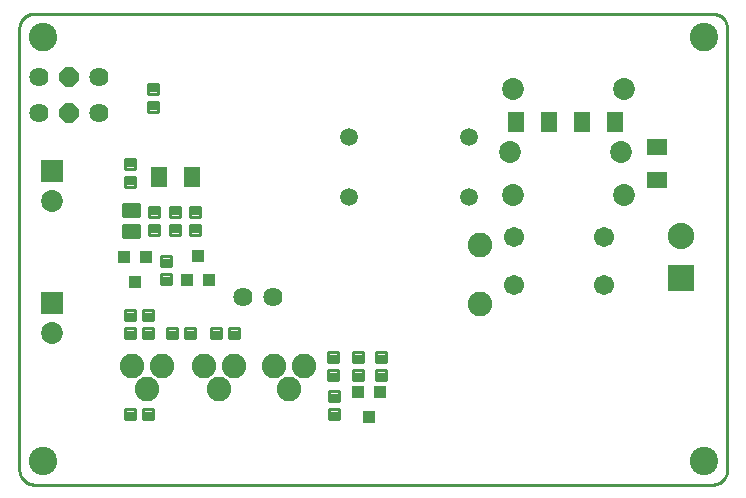
<source format=gts>
G75*
G70*
%OFA0B0*%
%FSLAX24Y24*%
%IPPOS*%
%LPD*%
%AMOC8*
5,1,8,0,0,1.08239X$1,22.5*
%
%ADD10C,0.0100*%
%ADD11C,0.0000*%
%ADD12C,0.0946*%
%ADD13R,0.0395X0.0434*%
%ADD14C,0.0730*%
%ADD15C,0.0820*%
%ADD16C,0.0107*%
%ADD17C,0.0120*%
%ADD18R,0.0580X0.0680*%
%ADD19R,0.0680X0.0580*%
%ADD20C,0.0674*%
%ADD21C,0.0640*%
%ADD22R,0.0730X0.0730*%
%ADD23OC8,0.0640*%
%ADD24C,0.0596*%
%ADD25R,0.0880X0.0880*%
%ADD26C,0.0880*%
D10*
X001387Y001081D02*
X023987Y001081D01*
X024031Y001083D01*
X024074Y001089D01*
X024116Y001098D01*
X024158Y001111D01*
X024198Y001128D01*
X024237Y001148D01*
X024274Y001171D01*
X024308Y001198D01*
X024341Y001227D01*
X024370Y001260D01*
X024397Y001294D01*
X024420Y001331D01*
X024440Y001370D01*
X024457Y001410D01*
X024470Y001452D01*
X024479Y001494D01*
X024485Y001537D01*
X024487Y001581D01*
X024487Y016281D01*
X024485Y016325D01*
X024479Y016368D01*
X024470Y016410D01*
X024457Y016452D01*
X024440Y016492D01*
X024420Y016531D01*
X024397Y016568D01*
X024370Y016602D01*
X024341Y016635D01*
X024308Y016664D01*
X024274Y016691D01*
X024237Y016714D01*
X024198Y016734D01*
X024158Y016751D01*
X024116Y016764D01*
X024074Y016773D01*
X024031Y016779D01*
X023987Y016781D01*
X001387Y016781D01*
X001343Y016779D01*
X001300Y016773D01*
X001258Y016764D01*
X001216Y016751D01*
X001176Y016734D01*
X001137Y016714D01*
X001100Y016691D01*
X001066Y016664D01*
X001033Y016635D01*
X001004Y016602D01*
X000977Y016568D01*
X000954Y016531D01*
X000934Y016492D01*
X000917Y016452D01*
X000904Y016410D01*
X000895Y016368D01*
X000889Y016325D01*
X000887Y016281D01*
X000887Y001581D01*
X000889Y001537D01*
X000895Y001494D01*
X000904Y001452D01*
X000917Y001410D01*
X000934Y001370D01*
X000954Y001331D01*
X000977Y001294D01*
X001004Y001260D01*
X001033Y001227D01*
X001066Y001198D01*
X001100Y001171D01*
X001137Y001148D01*
X001176Y001128D01*
X001216Y001111D01*
X001258Y001098D01*
X001300Y001089D01*
X001343Y001083D01*
X001387Y001081D01*
D11*
X001241Y001868D02*
X001243Y001909D01*
X001249Y001950D01*
X001259Y001990D01*
X001272Y002029D01*
X001289Y002066D01*
X001310Y002102D01*
X001334Y002136D01*
X001361Y002167D01*
X001390Y002195D01*
X001423Y002221D01*
X001457Y002243D01*
X001494Y002262D01*
X001532Y002277D01*
X001572Y002289D01*
X001612Y002297D01*
X001653Y002301D01*
X001695Y002301D01*
X001736Y002297D01*
X001776Y002289D01*
X001816Y002277D01*
X001854Y002262D01*
X001890Y002243D01*
X001925Y002221D01*
X001958Y002195D01*
X001987Y002167D01*
X002014Y002136D01*
X002038Y002102D01*
X002059Y002066D01*
X002076Y002029D01*
X002089Y001990D01*
X002099Y001950D01*
X002105Y001909D01*
X002107Y001868D01*
X002105Y001827D01*
X002099Y001786D01*
X002089Y001746D01*
X002076Y001707D01*
X002059Y001670D01*
X002038Y001634D01*
X002014Y001600D01*
X001987Y001569D01*
X001958Y001541D01*
X001925Y001515D01*
X001891Y001493D01*
X001854Y001474D01*
X001816Y001459D01*
X001776Y001447D01*
X001736Y001439D01*
X001695Y001435D01*
X001653Y001435D01*
X001612Y001439D01*
X001572Y001447D01*
X001532Y001459D01*
X001494Y001474D01*
X001458Y001493D01*
X001423Y001515D01*
X001390Y001541D01*
X001361Y001569D01*
X001334Y001600D01*
X001310Y001634D01*
X001289Y001670D01*
X001272Y001707D01*
X001259Y001746D01*
X001249Y001786D01*
X001243Y001827D01*
X001241Y001868D01*
X023266Y001868D02*
X023268Y001909D01*
X023274Y001950D01*
X023284Y001990D01*
X023297Y002029D01*
X023314Y002066D01*
X023335Y002102D01*
X023359Y002136D01*
X023386Y002167D01*
X023415Y002195D01*
X023448Y002221D01*
X023482Y002243D01*
X023519Y002262D01*
X023557Y002277D01*
X023597Y002289D01*
X023637Y002297D01*
X023678Y002301D01*
X023720Y002301D01*
X023761Y002297D01*
X023801Y002289D01*
X023841Y002277D01*
X023879Y002262D01*
X023915Y002243D01*
X023950Y002221D01*
X023983Y002195D01*
X024012Y002167D01*
X024039Y002136D01*
X024063Y002102D01*
X024084Y002066D01*
X024101Y002029D01*
X024114Y001990D01*
X024124Y001950D01*
X024130Y001909D01*
X024132Y001868D01*
X024130Y001827D01*
X024124Y001786D01*
X024114Y001746D01*
X024101Y001707D01*
X024084Y001670D01*
X024063Y001634D01*
X024039Y001600D01*
X024012Y001569D01*
X023983Y001541D01*
X023950Y001515D01*
X023916Y001493D01*
X023879Y001474D01*
X023841Y001459D01*
X023801Y001447D01*
X023761Y001439D01*
X023720Y001435D01*
X023678Y001435D01*
X023637Y001439D01*
X023597Y001447D01*
X023557Y001459D01*
X023519Y001474D01*
X023483Y001493D01*
X023448Y001515D01*
X023415Y001541D01*
X023386Y001569D01*
X023359Y001600D01*
X023335Y001634D01*
X023314Y001670D01*
X023297Y001707D01*
X023284Y001746D01*
X023274Y001786D01*
X023268Y001827D01*
X023266Y001868D01*
X023266Y015994D02*
X023268Y016035D01*
X023274Y016076D01*
X023284Y016116D01*
X023297Y016155D01*
X023314Y016192D01*
X023335Y016228D01*
X023359Y016262D01*
X023386Y016293D01*
X023415Y016321D01*
X023448Y016347D01*
X023482Y016369D01*
X023519Y016388D01*
X023557Y016403D01*
X023597Y016415D01*
X023637Y016423D01*
X023678Y016427D01*
X023720Y016427D01*
X023761Y016423D01*
X023801Y016415D01*
X023841Y016403D01*
X023879Y016388D01*
X023915Y016369D01*
X023950Y016347D01*
X023983Y016321D01*
X024012Y016293D01*
X024039Y016262D01*
X024063Y016228D01*
X024084Y016192D01*
X024101Y016155D01*
X024114Y016116D01*
X024124Y016076D01*
X024130Y016035D01*
X024132Y015994D01*
X024130Y015953D01*
X024124Y015912D01*
X024114Y015872D01*
X024101Y015833D01*
X024084Y015796D01*
X024063Y015760D01*
X024039Y015726D01*
X024012Y015695D01*
X023983Y015667D01*
X023950Y015641D01*
X023916Y015619D01*
X023879Y015600D01*
X023841Y015585D01*
X023801Y015573D01*
X023761Y015565D01*
X023720Y015561D01*
X023678Y015561D01*
X023637Y015565D01*
X023597Y015573D01*
X023557Y015585D01*
X023519Y015600D01*
X023483Y015619D01*
X023448Y015641D01*
X023415Y015667D01*
X023386Y015695D01*
X023359Y015726D01*
X023335Y015760D01*
X023314Y015796D01*
X023297Y015833D01*
X023284Y015872D01*
X023274Y015912D01*
X023268Y015953D01*
X023266Y015994D01*
X001241Y015994D02*
X001243Y016035D01*
X001249Y016076D01*
X001259Y016116D01*
X001272Y016155D01*
X001289Y016192D01*
X001310Y016228D01*
X001334Y016262D01*
X001361Y016293D01*
X001390Y016321D01*
X001423Y016347D01*
X001457Y016369D01*
X001494Y016388D01*
X001532Y016403D01*
X001572Y016415D01*
X001612Y016423D01*
X001653Y016427D01*
X001695Y016427D01*
X001736Y016423D01*
X001776Y016415D01*
X001816Y016403D01*
X001854Y016388D01*
X001890Y016369D01*
X001925Y016347D01*
X001958Y016321D01*
X001987Y016293D01*
X002014Y016262D01*
X002038Y016228D01*
X002059Y016192D01*
X002076Y016155D01*
X002089Y016116D01*
X002099Y016076D01*
X002105Y016035D01*
X002107Y015994D01*
X002105Y015953D01*
X002099Y015912D01*
X002089Y015872D01*
X002076Y015833D01*
X002059Y015796D01*
X002038Y015760D01*
X002014Y015726D01*
X001987Y015695D01*
X001958Y015667D01*
X001925Y015641D01*
X001891Y015619D01*
X001854Y015600D01*
X001816Y015585D01*
X001776Y015573D01*
X001736Y015565D01*
X001695Y015561D01*
X001653Y015561D01*
X001612Y015565D01*
X001572Y015573D01*
X001532Y015585D01*
X001494Y015600D01*
X001458Y015619D01*
X001423Y015641D01*
X001390Y015667D01*
X001361Y015695D01*
X001334Y015726D01*
X001310Y015760D01*
X001289Y015796D01*
X001272Y015833D01*
X001259Y015872D01*
X001249Y015912D01*
X001243Y015953D01*
X001241Y015994D01*
D12*
X001674Y015994D03*
X023699Y015994D03*
X023699Y001868D03*
X001674Y001868D03*
D13*
X012163Y004175D03*
X012911Y004175D03*
X012537Y003348D03*
X007211Y007887D03*
X006463Y007887D03*
X004737Y007848D03*
X005111Y008675D03*
X004363Y008675D03*
X006837Y008714D03*
D14*
X001987Y010531D03*
X001987Y006131D03*
X017337Y010731D03*
X017237Y012181D03*
X020937Y012181D03*
X021037Y010731D03*
X021037Y014281D03*
X017337Y014281D03*
D15*
X016237Y009065D03*
X016237Y007097D03*
X010387Y005031D03*
X009387Y005031D03*
X008037Y005031D03*
X007037Y005031D03*
X005637Y005031D03*
X004637Y005031D03*
X005137Y004281D03*
X007537Y004281D03*
X009887Y004281D03*
D16*
X011175Y004569D02*
X011175Y004893D01*
X011499Y004893D01*
X011499Y004569D01*
X011175Y004569D01*
X011175Y004675D02*
X011499Y004675D01*
X011499Y004781D02*
X011175Y004781D01*
X011175Y004887D02*
X011499Y004887D01*
X012349Y004893D02*
X012349Y004569D01*
X012025Y004569D01*
X012025Y004893D01*
X012349Y004893D01*
X012349Y004675D02*
X012025Y004675D01*
X012025Y004781D02*
X012349Y004781D01*
X012349Y004887D02*
X012025Y004887D01*
X013099Y004893D02*
X013099Y004569D01*
X012775Y004569D01*
X012775Y004893D01*
X013099Y004893D01*
X013099Y004675D02*
X012775Y004675D01*
X012775Y004781D02*
X013099Y004781D01*
X013099Y004887D02*
X012775Y004887D01*
X013099Y005169D02*
X013099Y005493D01*
X013099Y005169D02*
X012775Y005169D01*
X012775Y005493D01*
X013099Y005493D01*
X013099Y005275D02*
X012775Y005275D01*
X012775Y005381D02*
X013099Y005381D01*
X013099Y005487D02*
X012775Y005487D01*
X012349Y005493D02*
X012349Y005169D01*
X012025Y005169D01*
X012025Y005493D01*
X012349Y005493D01*
X012349Y005275D02*
X012025Y005275D01*
X012025Y005381D02*
X012349Y005381D01*
X012349Y005487D02*
X012025Y005487D01*
X011175Y005493D02*
X011175Y005169D01*
X011175Y005493D02*
X011499Y005493D01*
X011499Y005169D01*
X011175Y005169D01*
X011175Y005275D02*
X011499Y005275D01*
X011499Y005381D02*
X011175Y005381D01*
X011175Y005487D02*
X011499Y005487D01*
X008199Y005969D02*
X007875Y005969D01*
X007875Y006293D01*
X008199Y006293D01*
X008199Y005969D01*
X008199Y006075D02*
X007875Y006075D01*
X007875Y006181D02*
X008199Y006181D01*
X008199Y006287D02*
X007875Y006287D01*
X007599Y005969D02*
X007275Y005969D01*
X007275Y006293D01*
X007599Y006293D01*
X007599Y005969D01*
X007599Y006075D02*
X007275Y006075D01*
X007275Y006181D02*
X007599Y006181D01*
X007599Y006287D02*
X007275Y006287D01*
X006749Y006293D02*
X006425Y006293D01*
X006749Y006293D02*
X006749Y005969D01*
X006425Y005969D01*
X006425Y006293D01*
X006425Y006075D02*
X006749Y006075D01*
X006749Y006181D02*
X006425Y006181D01*
X006425Y006287D02*
X006749Y006287D01*
X006149Y006293D02*
X005825Y006293D01*
X006149Y006293D02*
X006149Y005969D01*
X005825Y005969D01*
X005825Y006293D01*
X005825Y006075D02*
X006149Y006075D01*
X006149Y006181D02*
X005825Y006181D01*
X005825Y006287D02*
X006149Y006287D01*
X005349Y006293D02*
X005025Y006293D01*
X005349Y006293D02*
X005349Y005969D01*
X005025Y005969D01*
X005025Y006293D01*
X005025Y006075D02*
X005349Y006075D01*
X005349Y006181D02*
X005025Y006181D01*
X005025Y006287D02*
X005349Y006287D01*
X005349Y006893D02*
X005025Y006893D01*
X005349Y006893D02*
X005349Y006569D01*
X005025Y006569D01*
X005025Y006893D01*
X005025Y006675D02*
X005349Y006675D01*
X005349Y006781D02*
X005025Y006781D01*
X005025Y006887D02*
X005349Y006887D01*
X004749Y006893D02*
X004425Y006893D01*
X004749Y006893D02*
X004749Y006569D01*
X004425Y006569D01*
X004425Y006893D01*
X004425Y006675D02*
X004749Y006675D01*
X004749Y006781D02*
X004425Y006781D01*
X004425Y006887D02*
X004749Y006887D01*
X004749Y006293D02*
X004425Y006293D01*
X004749Y006293D02*
X004749Y005969D01*
X004425Y005969D01*
X004425Y006293D01*
X004425Y006075D02*
X004749Y006075D01*
X004749Y006181D02*
X004425Y006181D01*
X004425Y006287D02*
X004749Y006287D01*
X005625Y007769D02*
X005625Y008093D01*
X005949Y008093D01*
X005949Y007769D01*
X005625Y007769D01*
X005625Y007875D02*
X005949Y007875D01*
X005949Y007981D02*
X005625Y007981D01*
X005625Y008087D02*
X005949Y008087D01*
X005625Y008369D02*
X005625Y008693D01*
X005949Y008693D01*
X005949Y008369D01*
X005625Y008369D01*
X005625Y008475D02*
X005949Y008475D01*
X005949Y008581D02*
X005625Y008581D01*
X005625Y008687D02*
X005949Y008687D01*
X006249Y009419D02*
X006249Y009743D01*
X006249Y009419D02*
X005925Y009419D01*
X005925Y009743D01*
X006249Y009743D01*
X006249Y009525D02*
X005925Y009525D01*
X005925Y009631D02*
X006249Y009631D01*
X006249Y009737D02*
X005925Y009737D01*
X005549Y009743D02*
X005549Y009419D01*
X005225Y009419D01*
X005225Y009743D01*
X005549Y009743D01*
X005549Y009525D02*
X005225Y009525D01*
X005225Y009631D02*
X005549Y009631D01*
X005549Y009737D02*
X005225Y009737D01*
X005549Y010019D02*
X005549Y010343D01*
X005549Y010019D02*
X005225Y010019D01*
X005225Y010343D01*
X005549Y010343D01*
X005549Y010125D02*
X005225Y010125D01*
X005225Y010231D02*
X005549Y010231D01*
X005549Y010337D02*
X005225Y010337D01*
X006249Y010343D02*
X006249Y010019D01*
X005925Y010019D01*
X005925Y010343D01*
X006249Y010343D01*
X006249Y010125D02*
X005925Y010125D01*
X005925Y010231D02*
X006249Y010231D01*
X006249Y010337D02*
X005925Y010337D01*
X006575Y010343D02*
X006575Y010019D01*
X006575Y010343D02*
X006899Y010343D01*
X006899Y010019D01*
X006575Y010019D01*
X006575Y010125D02*
X006899Y010125D01*
X006899Y010231D02*
X006575Y010231D01*
X006575Y010337D02*
X006899Y010337D01*
X006575Y009743D02*
X006575Y009419D01*
X006575Y009743D02*
X006899Y009743D01*
X006899Y009419D01*
X006575Y009419D01*
X006575Y009525D02*
X006899Y009525D01*
X006899Y009631D02*
X006575Y009631D01*
X006575Y009737D02*
X006899Y009737D01*
X004749Y011019D02*
X004749Y011343D01*
X004749Y011019D02*
X004425Y011019D01*
X004425Y011343D01*
X004749Y011343D01*
X004749Y011125D02*
X004425Y011125D01*
X004425Y011231D02*
X004749Y011231D01*
X004749Y011337D02*
X004425Y011337D01*
X004749Y011619D02*
X004749Y011943D01*
X004749Y011619D02*
X004425Y011619D01*
X004425Y011943D01*
X004749Y011943D01*
X004749Y011725D02*
X004425Y011725D01*
X004425Y011831D02*
X004749Y011831D01*
X004749Y011937D02*
X004425Y011937D01*
X005499Y013519D02*
X005499Y013843D01*
X005499Y013519D02*
X005175Y013519D01*
X005175Y013843D01*
X005499Y013843D01*
X005499Y013625D02*
X005175Y013625D01*
X005175Y013731D02*
X005499Y013731D01*
X005499Y013837D02*
X005175Y013837D01*
X005499Y014119D02*
X005499Y014443D01*
X005499Y014119D02*
X005175Y014119D01*
X005175Y014443D01*
X005499Y014443D01*
X005499Y014225D02*
X005175Y014225D01*
X005175Y014331D02*
X005499Y014331D01*
X005499Y014437D02*
X005175Y014437D01*
X011225Y004193D02*
X011225Y003869D01*
X011225Y004193D02*
X011549Y004193D01*
X011549Y003869D01*
X011225Y003869D01*
X011225Y003975D02*
X011549Y003975D01*
X011549Y004081D02*
X011225Y004081D01*
X011225Y004187D02*
X011549Y004187D01*
X011225Y003593D02*
X011225Y003269D01*
X011225Y003593D02*
X011549Y003593D01*
X011549Y003269D01*
X011225Y003269D01*
X011225Y003375D02*
X011549Y003375D01*
X011549Y003481D02*
X011225Y003481D01*
X011225Y003587D02*
X011549Y003587D01*
X005349Y003269D02*
X005025Y003269D01*
X005025Y003593D01*
X005349Y003593D01*
X005349Y003269D01*
X005349Y003375D02*
X005025Y003375D01*
X005025Y003481D02*
X005349Y003481D01*
X005349Y003587D02*
X005025Y003587D01*
X004749Y003269D02*
X004425Y003269D01*
X004425Y003593D01*
X004749Y003593D01*
X004749Y003269D01*
X004749Y003375D02*
X004425Y003375D01*
X004425Y003481D02*
X004749Y003481D01*
X004749Y003587D02*
X004425Y003587D01*
D17*
X004382Y009351D02*
X004382Y009711D01*
X004892Y009711D01*
X004892Y009351D01*
X004382Y009351D01*
X004382Y009470D02*
X004892Y009470D01*
X004892Y009589D02*
X004382Y009589D01*
X004382Y009708D02*
X004892Y009708D01*
X004382Y010051D02*
X004382Y010411D01*
X004892Y010411D01*
X004892Y010051D01*
X004382Y010051D01*
X004382Y010170D02*
X004892Y010170D01*
X004892Y010289D02*
X004382Y010289D01*
X004382Y010408D02*
X004892Y010408D01*
D18*
X005537Y011331D03*
X006637Y011331D03*
X017437Y013181D03*
X018537Y013181D03*
X019637Y013181D03*
X020737Y013181D03*
D19*
X022137Y012331D03*
X022137Y011231D03*
D20*
X020387Y009331D03*
X017387Y009331D03*
X017387Y007731D03*
X020387Y007731D03*
D21*
X009337Y007331D03*
X008337Y007331D03*
X003537Y013481D03*
X001537Y013481D03*
X001537Y014681D03*
X003537Y014681D03*
D22*
X001987Y011531D03*
X001987Y007131D03*
D23*
X002537Y013481D03*
X002537Y014681D03*
D24*
X011887Y012681D03*
X015887Y012681D03*
X015887Y010681D03*
X011887Y010681D03*
D25*
X022937Y007981D03*
D26*
X022937Y009381D03*
M02*

</source>
